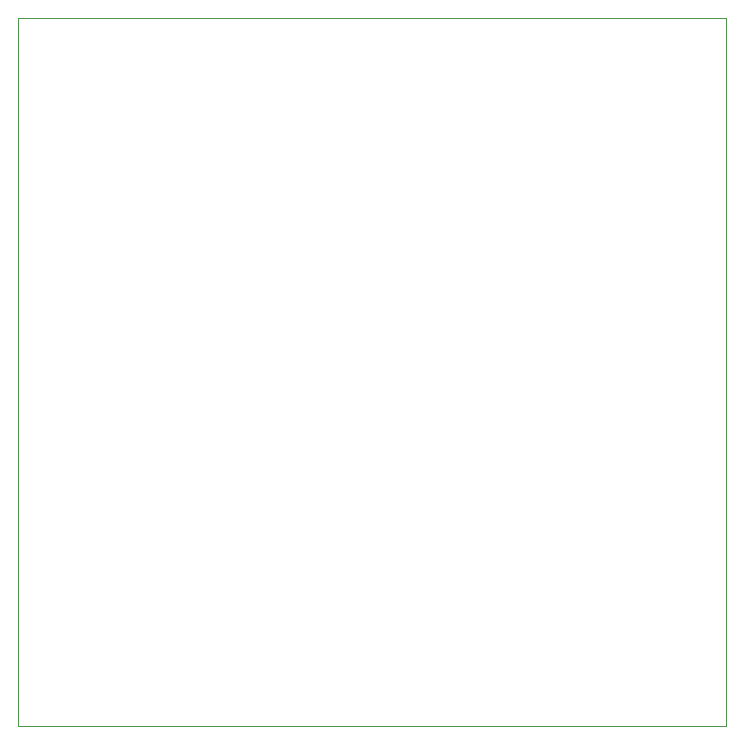
<source format=gbr>
%TF.GenerationSoftware,KiCad,Pcbnew,7.0.1*%
%TF.CreationDate,2023-08-14T10:41:28-04:00*%
%TF.ProjectId,TacTile-C,54616354-696c-4652-9d43-2e6b69636164,rev?*%
%TF.SameCoordinates,Original*%
%TF.FileFunction,Profile,NP*%
%FSLAX46Y46*%
G04 Gerber Fmt 4.6, Leading zero omitted, Abs format (unit mm)*
G04 Created by KiCad (PCBNEW 7.0.1) date 2023-08-14 10:41:28*
%MOMM*%
%LPD*%
G01*
G04 APERTURE LIST*
%TA.AperFunction,Profile*%
%ADD10C,0.100000*%
%TD*%
G04 APERTURE END LIST*
D10*
X25000000Y-25000000D02*
X84900000Y-25000000D01*
X84900000Y-84900000D01*
X25000000Y-84900000D01*
X25000000Y-25000000D01*
M02*

</source>
